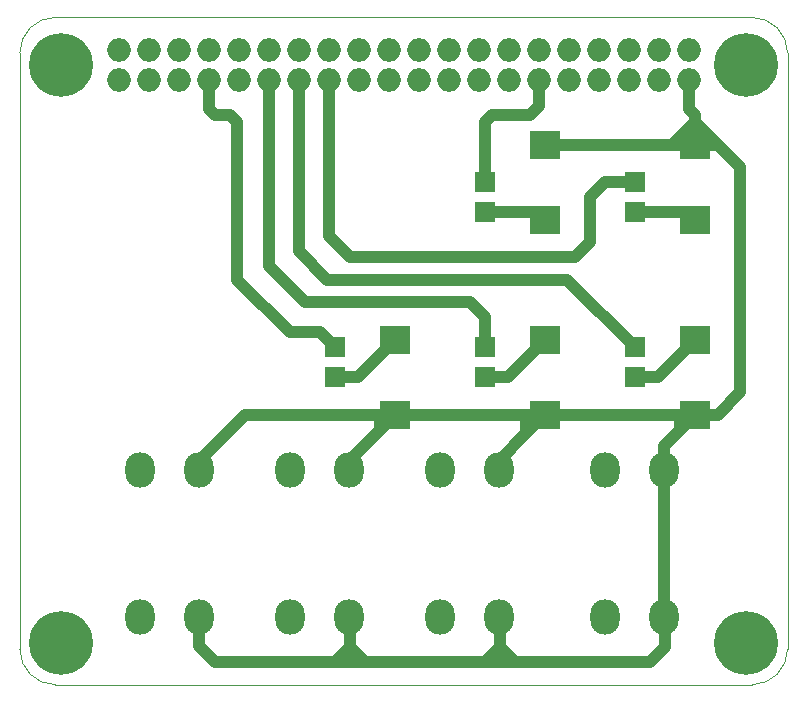
<source format=gbr>
%TF.GenerationSoftware,KiCad,Pcbnew,4.0.7*%
%TF.CreationDate,2018-01-22T14:26:12+01:00*%
%TF.ProjectId,RPi_Hat,5250695F4861742E6B696361645F7063,rev?*%
%TF.FileFunction,Copper,L1,Top,Signal*%
%FSLAX46Y46*%
G04 Gerber Fmt 4.6, Leading zero omitted, Abs format (unit mm)*
G04 Created by KiCad (PCBNEW 4.0.7) date 01/22/18 14:26:12*
%MOMM*%
%LPD*%
G01*
G04 APERTURE LIST*
%ADD10C,0.050000*%
%ADD11C,0.100000*%
%ADD12C,5.400000*%
%ADD13O,2.000000X2.000000*%
%ADD14R,1.800000X1.800000*%
%ADD15R,2.500000X2.400000*%
%ADD16O,2.500000X3.000000*%
%ADD17C,1.000000*%
G04 APERTURE END LIST*
D10*
D11*
X55070000Y-48260000D02*
X114070000Y-48260000D01*
X117070000Y-51260000D02*
G75*
G03X114070000Y-48260000I-3000000J0D01*
G01*
X55070000Y-48260000D02*
G75*
G03X52070000Y-51260000I0J-3000000D01*
G01*
X117070000Y-51260000D02*
X117070000Y-101760000D01*
X52070000Y-93980000D02*
X52070000Y-63500000D01*
X114070000Y-104760000D02*
G75*
G03X117070000Y-101760000I0J3000000D01*
G01*
X52070000Y-101760000D02*
G75*
G03X55070000Y-104760000I3000000J0D01*
G01*
X52070000Y-86260000D02*
X52070000Y-101760000D01*
X52070000Y-51260000D02*
X52070000Y-67260000D01*
X55070000Y-104760000D02*
X114070000Y-104760000D01*
D12*
X113570000Y-52260000D03*
X113570000Y-101260000D03*
X55570000Y-101260000D03*
X55570000Y-52260000D03*
D13*
X60440000Y-53530000D03*
X60440000Y-50990000D03*
X62980000Y-53530000D03*
X62980000Y-50990000D03*
X65520000Y-53530000D03*
X65520000Y-50990000D03*
X68060000Y-53530000D03*
X68060000Y-50990000D03*
X70600000Y-53530000D03*
X70600000Y-50990000D03*
X73140000Y-53530000D03*
X73140000Y-50990000D03*
X75680000Y-53530000D03*
X75680000Y-50990000D03*
X78220000Y-53530000D03*
X78220000Y-50990000D03*
X80760000Y-53530000D03*
X80760000Y-50990000D03*
X83300000Y-53530000D03*
X83300000Y-50990000D03*
X85840000Y-53530000D03*
X85840000Y-50990000D03*
X88380000Y-53530000D03*
X88380000Y-50990000D03*
X90920000Y-53530000D03*
X90920000Y-50990000D03*
X93460000Y-53530000D03*
X93460000Y-50990000D03*
X96000000Y-53530000D03*
X96000000Y-50990000D03*
X98540000Y-53530000D03*
X98540000Y-50990000D03*
X101080000Y-53530000D03*
X101080000Y-50990000D03*
X103620000Y-53530000D03*
X103620000Y-50990000D03*
X106160000Y-53530000D03*
X106160000Y-50990000D03*
X108700000Y-53530000D03*
X108700000Y-50990000D03*
D14*
X104140000Y-64770000D03*
X104140000Y-62230000D03*
X91440000Y-64770000D03*
X91440000Y-62230000D03*
X104140000Y-78740000D03*
X104140000Y-76200000D03*
X91440000Y-78740000D03*
X91440000Y-76200000D03*
X78740000Y-78740000D03*
X78740000Y-76200000D03*
D15*
X109220000Y-59080000D03*
X109220000Y-65380000D03*
X96520000Y-59080000D03*
X96520000Y-65380000D03*
X109220000Y-81890000D03*
X109220000Y-75590000D03*
X96520000Y-81890000D03*
X96520000Y-75590000D03*
X83820000Y-81890000D03*
X83820000Y-75590000D03*
D16*
X101600000Y-86560000D03*
X106600000Y-86560000D03*
X101600000Y-99060000D03*
X106600000Y-99060000D03*
X87630000Y-86560000D03*
X92630000Y-86560000D03*
X87630000Y-99060000D03*
X92630000Y-99060000D03*
X74930000Y-86560000D03*
X79930000Y-86560000D03*
X74930000Y-99060000D03*
X79930000Y-99060000D03*
X62230000Y-86560000D03*
X67230000Y-86560000D03*
X62230000Y-99060000D03*
X67230000Y-99060000D03*
D17*
X104140000Y-64770000D02*
X108610000Y-64770000D01*
X108610000Y-64770000D02*
X109220000Y-65380000D01*
X78220000Y-53530000D02*
X78220000Y-66790000D01*
X101600000Y-62230000D02*
X100330000Y-63500000D01*
X100330000Y-63500000D02*
X100330000Y-67310000D01*
X100330000Y-67310000D02*
X99060000Y-68580000D01*
X99060000Y-68580000D02*
X87630000Y-68580000D01*
X101600000Y-62230000D02*
X104140000Y-62230000D01*
X80010000Y-68580000D02*
X87630000Y-68580000D01*
X78220000Y-66790000D02*
X80010000Y-68580000D01*
X91440000Y-64770000D02*
X95910000Y-64770000D01*
X95910000Y-64770000D02*
X96520000Y-65380000D01*
X96000000Y-53530000D02*
X96000000Y-55765000D01*
X91440000Y-57150000D02*
X91440000Y-62230000D01*
X92075000Y-56515000D02*
X91440000Y-57150000D01*
X95250000Y-56515000D02*
X92075000Y-56515000D01*
X96000000Y-55765000D02*
X95250000Y-56515000D01*
X104140000Y-78740000D02*
X106070000Y-78740000D01*
X106070000Y-78740000D02*
X109220000Y-75590000D01*
X75680000Y-53530000D02*
X75680000Y-68060000D01*
X98425000Y-70485000D02*
X104140000Y-76200000D01*
X78105000Y-70485000D02*
X98425000Y-70485000D01*
X75680000Y-68060000D02*
X78105000Y-70485000D01*
X91440000Y-78740000D02*
X93370000Y-78740000D01*
X93370000Y-78740000D02*
X96520000Y-75590000D01*
X73140000Y-53530000D02*
X73140000Y-69330000D01*
X91440000Y-73660000D02*
X91440000Y-76200000D01*
X90170000Y-72390000D02*
X91440000Y-73660000D01*
X76200000Y-72390000D02*
X90170000Y-72390000D01*
X73140000Y-69330000D02*
X76200000Y-72390000D01*
X78740000Y-78740000D02*
X80670000Y-78740000D01*
X80670000Y-78740000D02*
X83820000Y-75590000D01*
X74930000Y-74930000D02*
X77470000Y-74930000D01*
X70485000Y-70485000D02*
X74930000Y-74930000D01*
X68060000Y-53530000D02*
X68060000Y-55995000D01*
X69850000Y-56515000D02*
X70485000Y-57150000D01*
X68580000Y-56515000D02*
X69850000Y-56515000D01*
X68060000Y-55995000D02*
X68580000Y-56515000D01*
X70485000Y-57150000D02*
X70485000Y-70485000D01*
X77470000Y-74930000D02*
X78740000Y-76200000D01*
X107937500Y-83172500D02*
X107937500Y-81890000D01*
X82537500Y-83172500D02*
X82537500Y-81890000D01*
X94920000Y-83490000D02*
X94920000Y-81890000D01*
X67230000Y-86560000D02*
X67230000Y-85805000D01*
X67230000Y-85805000D02*
X71145000Y-81890000D01*
X83820000Y-81890000D02*
X82537500Y-81890000D01*
X82537500Y-81890000D02*
X71145000Y-81890000D01*
X71145000Y-81890000D02*
X71120000Y-81915000D01*
X79930000Y-86560000D02*
X79930000Y-85780000D01*
X79930000Y-85780000D02*
X82537500Y-83172500D01*
X82537500Y-83172500D02*
X83820000Y-81890000D01*
X92630000Y-86560000D02*
X92630000Y-85780000D01*
X92630000Y-85780000D02*
X94920000Y-83490000D01*
X94920000Y-83490000D02*
X96520000Y-81890000D01*
X106600000Y-86560000D02*
X106600000Y-84510000D01*
X106600000Y-84510000D02*
X107937500Y-83172500D01*
X107937500Y-83172500D02*
X109220000Y-81890000D01*
X109220000Y-81890000D02*
X107937500Y-81890000D01*
X107937500Y-81890000D02*
X94920000Y-81890000D01*
X94920000Y-81890000D02*
X83820000Y-81890000D01*
X109220000Y-57150000D02*
X111150000Y-59080000D01*
X109220000Y-57150000D02*
X107290000Y-59080000D01*
X72390000Y-102870000D02*
X101600000Y-102870000D01*
X108700000Y-53530000D02*
X108700000Y-55995000D01*
X109220000Y-56515000D02*
X109220000Y-57150000D01*
X109220000Y-57150000D02*
X109220000Y-59080000D01*
X108700000Y-55995000D02*
X109220000Y-56515000D01*
X96520000Y-59080000D02*
X107290000Y-59080000D01*
X107290000Y-59080000D02*
X109220000Y-59080000D01*
X106600000Y-86560000D02*
X106600000Y-99060000D01*
X109220000Y-81890000D02*
X111150000Y-81890000D01*
X111150000Y-81890000D02*
X113030000Y-80010000D01*
X113030000Y-80010000D02*
X113030000Y-60960000D01*
X113030000Y-60960000D02*
X111150000Y-59080000D01*
X111150000Y-59080000D02*
X109220000Y-59080000D01*
X96520000Y-81890000D02*
X95910000Y-81890000D01*
X108610000Y-81890000D02*
X109220000Y-81890000D01*
X96520000Y-59080000D02*
X97130000Y-59080000D01*
X92710000Y-101600000D02*
X93980000Y-102870000D01*
X93980000Y-102870000D02*
X101600000Y-102870000D01*
X106680000Y-101600000D02*
X106680000Y-99140000D01*
X101600000Y-102870000D02*
X105410000Y-102870000D01*
X105410000Y-102870000D02*
X106680000Y-101600000D01*
X106680000Y-99140000D02*
X106600000Y-99060000D01*
X80010000Y-101600000D02*
X81280000Y-102870000D01*
X92710000Y-101600000D02*
X92710000Y-99140000D01*
X91440000Y-102870000D02*
X92710000Y-101600000D01*
X81280000Y-102870000D02*
X91440000Y-102870000D01*
X92710000Y-99140000D02*
X92630000Y-99060000D01*
X67230000Y-99060000D02*
X67230000Y-101520000D01*
X80010000Y-101600000D02*
X80010000Y-99140000D01*
X78740000Y-102870000D02*
X80010000Y-101600000D01*
X68580000Y-102870000D02*
X72390000Y-102870000D01*
X72390000Y-102870000D02*
X78740000Y-102870000D01*
X67230000Y-101520000D02*
X68580000Y-102870000D01*
X80010000Y-99140000D02*
X79930000Y-99060000D01*
M02*

</source>
